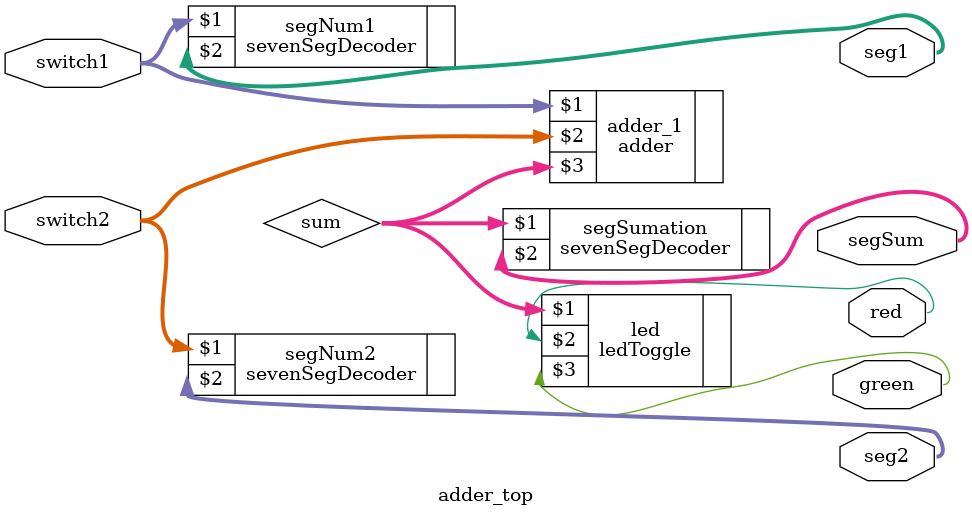
<source format=v>

module adder_top(switch1, switch2, seg1, seg2, segSum, red, green);

	input [3:0]  switch1, switch2;
	output [6:0] seg1, seg2, segSum;
	output red, green;

	wire [3:0] sum;

	adder adder_1 (switch1, switch2, sum);

	sevenSegDecoder segNum1(switch1, seg1);
	sevenSegDecoder segNum2(switch2, seg2);
	sevenSegDecoder segSumation(sum, segSum);
	
	ledToggle led(sum, red, green); 
endmodule

</source>
